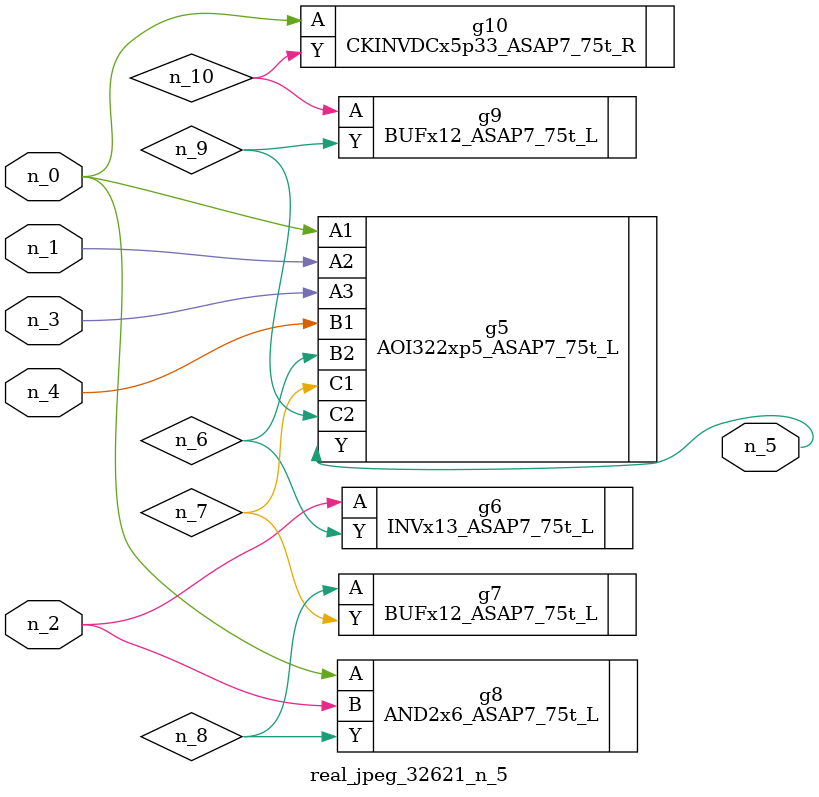
<source format=v>
module real_jpeg_32621_n_5 (n_4, n_0, n_1, n_2, n_3, n_5);

input n_4;
input n_0;
input n_1;
input n_2;
input n_3;

output n_5;

wire n_8;
wire n_6;
wire n_7;
wire n_10;
wire n_9;

AOI322xp5_ASAP7_75t_L g5 ( 
.A1(n_0),
.A2(n_1),
.A3(n_3),
.B1(n_4),
.B2(n_6),
.C1(n_7),
.C2(n_9),
.Y(n_5)
);

AND2x6_ASAP7_75t_L g8 ( 
.A(n_0),
.B(n_2),
.Y(n_8)
);

CKINVDCx5p33_ASAP7_75t_R g10 ( 
.A(n_0),
.Y(n_10)
);

INVx13_ASAP7_75t_L g6 ( 
.A(n_2),
.Y(n_6)
);

BUFx12_ASAP7_75t_L g7 ( 
.A(n_8),
.Y(n_7)
);

BUFx12_ASAP7_75t_L g9 ( 
.A(n_10),
.Y(n_9)
);


endmodule
</source>
